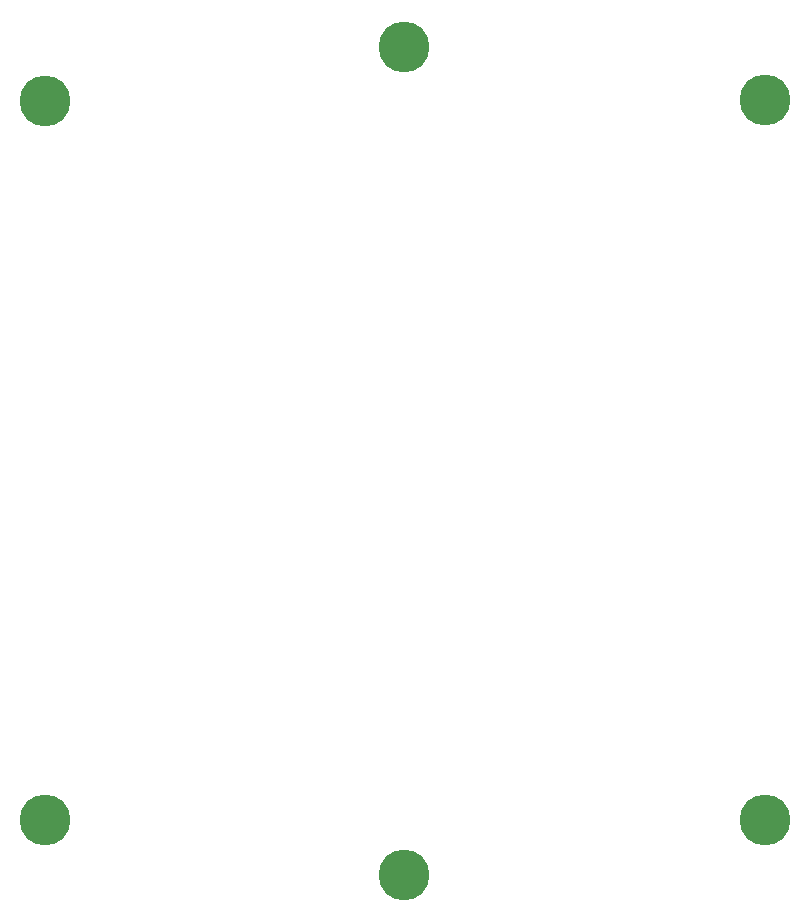
<source format=gbr>
%TF.GenerationSoftware,KiCad,Pcbnew,7.0.9*%
%TF.CreationDate,2024-05-16T21:45:13+10:00*%
%TF.ProjectId,panel,70616e65-6c2e-46b6-9963-61645f706362,rev?*%
%TF.SameCoordinates,Original*%
%TF.FileFunction,Soldermask,Bot*%
%TF.FilePolarity,Negative*%
%FSLAX46Y46*%
G04 Gerber Fmt 4.6, Leading zero omitted, Abs format (unit mm)*
G04 Created by KiCad (PCBNEW 7.0.9) date 2024-05-16 21:45:13*
%MOMM*%
%LPD*%
G01*
G04 APERTURE LIST*
%ADD10C,4.300000*%
G04 APERTURE END LIST*
D10*
%TO.C,REF\u002A\u002A*%
X99900000Y-135100000D03*
%TD*%
%TO.C,REF\u002A\u002A*%
X69500000Y-130500000D03*
%TD*%
%TO.C,REF\u002A\u002A*%
X130500000Y-69500000D03*
%TD*%
%TO.C,REF\u002A\u002A*%
X99950000Y-65050000D03*
%TD*%
%TO.C,REF\u002A\u002A*%
X69500000Y-69600000D03*
%TD*%
%TO.C,REF\u002A\u002A*%
X130500000Y-130500000D03*
%TD*%
M02*

</source>
